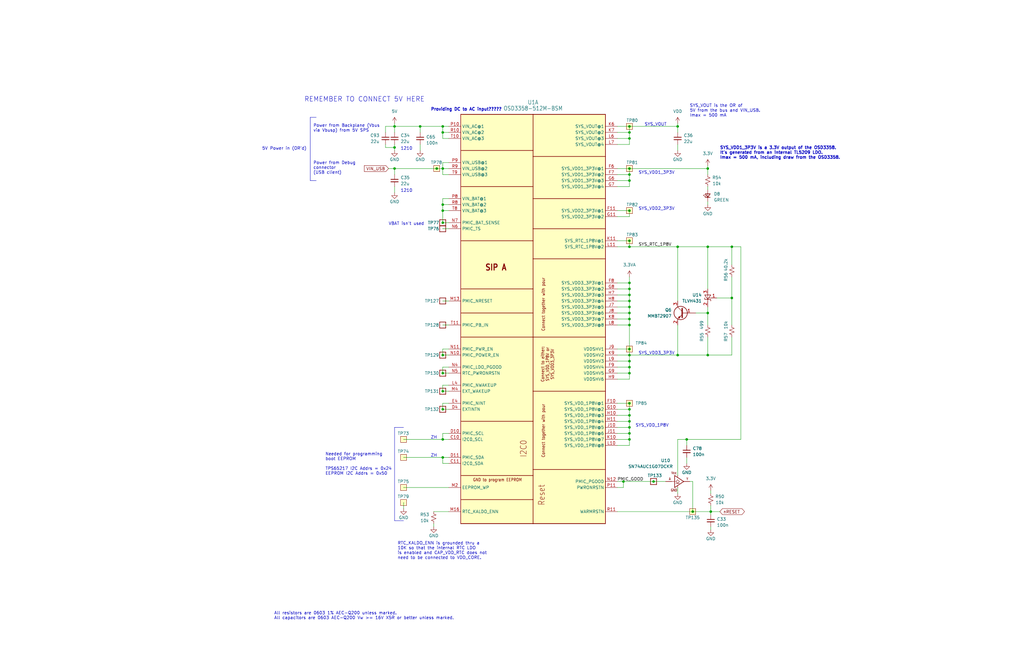
<source format=kicad_sch>
(kicad_sch (version 20250114) (generator "eeschema") (generator_version "9.0")
  (paper "USLedger")
  (title_block (title "OreSat C3: OSD3358: SIP A") (date "2023-05-29") (rev "6.1"))
  (lib_symbols
    (symbol "Device:C_Small" (pin_numbers (hide yes)) (pin_names (offset 0.254) (hide yes))
      (property "Reference" "C" (at 0.254 1.778 0))
      (property "Value" "C_Small" (at 0.254 -2.032 0))
      (symbol "C_Small_1_1"
        (pin passive line (at 0 2.54 270) (length 2.032) (name "~") (number "1"))
        (pin passive line (at 0 -2.54 90) (length 2.032) (name "~") (number "2"))
      )
    )
    (symbol "Device:LED_Small" (pin_numbers (hide yes)) (pin_names (offset 0.254) (hide yes))
      (property "Reference" "D" (at -1.27 3.175 0))
      (property "Value" "LED_Small" (at -4.445 -2.54 0))
      (symbol "LED_Small_1_1"
        (pin passive line (at -2.54 0 0) (length 1.778) (name "K") (number "1"))
        (pin passive line (at 2.54 0 180) (length 1.778) (name "A") (number "2"))
      )
    )
    (symbol "Device:Q_PNP_BEC" (pin_names (offset 0) (hide yes))
      (property "Reference" "Q" (at 5.08 1.27 0))
      (property "Value" "Q_PNP_BEC" (at 5.08 -1.27 0))
      (symbol "Q_PNP_BEC_1_1"
        (pin input line (at -5.08 0 0) (length 5.715) (name "B") (number "1"))
        (pin passive line (at 2.54 5.08 270) (length 2.54) (name "C") (number "3"))
        (pin passive line (at 2.54 -5.08 90) (length 2.54) (name "E") (number "2"))
      )
    )
    (symbol "Device:R_Small_US" (pin_numbers (hide yes)) (pin_names (offset 0.254) (hide yes))
      (property "Reference" "R" (at 0.762 0.508 0))
      (property "Value" "R_Small_US" (at 0.762 -1.016 0))
      (symbol "R_Small_US_1_1"
        (pin passive line (at 0 2.54 270) (length 1.016) (name "~") (number "1"))
        (pin passive line (at 0 -2.54 90) (length 1.016) (name "~") (number "2"))
      )
    )
    (symbol "oresat-ics:OSD3358-512M-BSM"
      (property "Reference" "U" (at 0 87.63 0))
      (property "Value" "OSD3358-512M-BSM" (at 0 85.09 0))
      (symbol "OSD3358-512M-BSM_1_0"
        (text "GND to program EEPROM" (at -25.4 -71.12 0) (effects (font (size 1.27 1.0795)) (justify left bottom)))
        (text "SIP A" (at -20.32 17.78 0) (effects (font (size 2.54 2.159) (bold yes)) (justify left bottom)))
        (text "I2C0" (at -2.54 -60.96 900) (effects (font (size 2.54 2.159)) (justify left bottom)))
        (text "Connect together with pour" (at 5.08 -7.62 900) (effects (font (size 1.27 1.0795)) (justify left bottom)))
        (text "Connect together with pour" (at 5.08 -60.96 900) (effects (font (size 1.27 1.0795)) (justify left bottom)))
        (text "Reset" (at 5.08 -81.28 900) (effects (font (size 2.54 2.159)) (justify left bottom)))
        (text "Connect to either:\nSYS_VDD_1P8V or\nSYS_VDD3_3P3V" (at 8.89 -21.59 900) (effects (font (size 1.27 1.0795)) (justify bottom)))
        (pin power_in line (at -35.56 78.74 0) (length 5.08) (name "VIN_AC@1") (number "P10"))
        (pin power_in line (at -35.56 76.2 0) (length 5.08) (name "VIN_AC@2") (number "R10"))
        (pin power_in line (at -35.56 73.66 0) (length 5.08) (name "VIN_AC@3") (number "T10"))
        (pin power_in line (at -35.56 63.5 0) (length 5.08) (name "VIN_USB@1") (number "P9"))
        (pin power_in line (at -35.56 60.96 0) (length 5.08) (name "VIN_USB@2") (number "R9"))
        (pin power_in line (at -35.56 58.42 0) (length 5.08) (name "VIN_USB@3") (number "T9"))
        (pin power_in line (at -35.56 48.26 0) (length 5.08) (name "VIN_BAT@1") (number "P8"))
        (pin power_in line (at -35.56 45.72 0) (length 5.08) (name "VIN_BAT@2") (number "R8"))
        (pin power_in line (at -35.56 43.18 0) (length 5.08) (name "VIN_BAT@3") (number "T8"))
        (pin bidirectional line (at -35.56 38.1 0) (length 5.08) (name "PMIC_BAT_SENSE") (number "N7"))
        (pin bidirectional line (at -35.56 35.56 0) (length 5.08) (name "PMIC_TS") (number "N6"))
        (pin bidirectional line (at -35.56 5.08 0) (length 5.08) (name "PMIC_NRESET") (number "M13"))
        (pin bidirectional line (at -35.56 -5.08 0) (length 5.08) (name "PMIC_PB_IN") (number "T11"))
        (pin input line (at -35.56 -15.24 0) (length 5.08) (name "PMIC_PWR_EN") (number "N11"))
        (pin output line (at -35.56 -17.78 0) (length 5.08) (name "PMIC_POWER_EN") (number "N10"))
        (pin output line (at -35.56 -22.86 0) (length 5.08) (name "PMIC_LDO_PGOOD") (number "N4"))
        (pin bidirectional line (at -35.56 -25.4 0) (length 5.08) (name "RTC_PWRONRSTN") (number "N5"))
        (pin output line (at -35.56 -30.48 0) (length 5.08) (name "PMIC_NWAKEUP") (number "L4"))
        (pin bidirectional line (at -35.56 -33.02 0) (length 5.08) (name "EXT_WAKEUP") (number "M4"))
        (pin output line (at -35.56 -38.1 0) (length 5.08) (name "PMIC_NINT") (number "E4"))
        (pin bidirectional line (at -35.56 -40.64 0) (length 5.08) (name "EXTINTN") (number "D4"))
        (pin bidirectional line (at -35.56 -50.8 0) (length 5.08) (name "PMIC_SCL") (number "D10"))
        (pin bidirectional line (at -35.56 -53.34 0) (length 5.08) (name "I2C0_SCL") (number "C10"))
        (pin bidirectional line (at -35.56 -60.96 0) (length 5.08) (name "PMIC_SDA") (number "D11"))
        (pin bidirectional line (at -35.56 -63.5 0) (length 5.08) (name "I2C0_SDA") (number "C11"))
        (pin bidirectional line (at -35.56 -73.66 0) (length 5.08) (name "EEPROM_WP") (number "M2"))
        (pin bidirectional line (at -35.56 -83.82 0) (length 5.08) (name "RTC_KALDO_ENN") (number "M16"))
        (pin power_in line (at 35.56 78.74 180) (length 5.08) (name "SYS_VOUT@1") (number "K6"))
        (pin power_in line (at 35.56 76.2 180) (length 5.08) (name "SYS_VOUT@2") (number "K7"))
        (pin power_in line (at 35.56 73.66 180) (length 5.08) (name "SYS_VOUT@3") (number "L6"))
        (pin power_in line (at 35.56 71.12 180) (length 5.08) (name "SYS_VOUT@4") (number "L7"))
        (pin power_in line (at 35.56 60.96 180) (length 5.08) (name "SYS_VDD1_3P3V@1") (number "F6"))
        (pin power_in line (at 35.56 58.42 180) (length 5.08) (name "SYS_VDD1_3P3V@2") (number "F7"))
        (pin power_in line (at 35.56 55.88 180) (length 5.08) (name "SYS_VDD1_3P3V@3") (number "G6"))
        (pin power_in line (at 35.56 53.34 180) (length 5.08) (name "SYS_VDD1_3P3V@4") (number "G7"))
        (pin power_in line (at 35.56 43.18 180) (length 5.08) (name "SYS_VDD2_3P3V@1") (number "F11"))
        (pin power_in line (at 35.56 40.64 180) (length 5.08) (name "SYS_VDD2_3P3V@2") (number "G11"))
        (pin power_in line (at 35.56 30.48 180) (length 5.08) (name "SYS_RTC_1P8V@1") (number "K11"))
        (pin power_in line (at 35.56 27.94 180) (length 5.08) (name "SYS_RTC_1P8V@2") (number "L11"))
        (pin power_in line (at 35.56 12.7 180) (length 5.08) (name "SYS_VDD3_3P3V@1") (number "F8"))
        (pin power_in line (at 35.56 10.16 180) (length 5.08) (name "SYS_VDD3_3P3V@2") (number "G8"))
        (pin power_in line (at 35.56 7.62 180) (length 5.08) (name "SYS_VDD3_3P3V@3") (number "H7"))
        (pin power_in line (at 35.56 5.08 180) (length 5.08) (name "SYS_VDD3_3P3V@4") (number "H8"))
        (pin power_in line (at 35.56 2.54 180) (length 5.08) (name "SYS_VDD3_3P3V@5") (number "J7"))
        (pin power_in line (at 35.56 0 180) (length 5.08) (name "SYS_VDD3_3P3V@6") (number "J8"))
        (pin power_in line (at 35.56 -2.54 180) (length 5.08) (name "SYS_VDD3_3P3V@7") (number "K8"))
        (pin power_in line (at 35.56 -5.08 180) (length 5.08) (name "SYS_VDD3_3P3V@8") (number "L8"))
        (pin power_in line (at 35.56 -15.24 180) (length 5.08) (name "VDDSHV1") (number "J9"))
        (pin power_in line (at 35.56 -17.78 180) (length 5.08) (name "VDDSHV2") (number "K9"))
        (pin power_in line (at 35.56 -20.32 180) (length 5.08) (name "VDDSHV3") (number "L9"))
        (pin power_in line (at 35.56 -22.86 180) (length 5.08) (name "VDDSHV4") (number "F9"))
        (pin power_in line (at 35.56 -25.4 180) (length 5.08) (name "VDDSHV5") (number "G9"))
        (pin power_in line (at 35.56 -27.94 180) (length 5.08) (name "VDDSHV6") (number "H9"))
        (pin power_in line (at 35.56 -38.1 180) (length 5.08) (name "SYS_VDD_1P8V@1") (number "F10"))
        (pin power_in line (at 35.56 -40.64 180) (length 5.08) (name "SYS_VDD_1P8V@2") (number "G10"))
        (pin power_in line (at 35.56 -43.18 180) (length 5.08) (name "SYS_VDD_1P8V@3") (number "H10"))
        (pin power_in line (at 35.56 -45.72 180) (length 5.08) (name "SYS_VDD_1P8V@4") (number "H11"))
        (pin power_in line (at 35.56 -48.26 180) (length 5.08) (name "SYS_VDD_1P8V@5") (number "J10"))
        (pin power_in line (at 35.56 -50.8 180) (length 5.08) (name "SYS_VDD_1P8V@6") (number "J11"))
        (pin power_in line (at 35.56 -53.34 180) (length 5.08) (name "SYS_VDD_1P8V@7") (number "K10"))
        (pin power_in line (at 35.56 -55.88 180) (length 5.08) (name "SYS_VDD_1P8V@8") (number "L10"))
        (pin output line (at 35.56 -71.12 180) (length 5.08) (name "PMIC_PGOOD") (number "N12"))
        (pin bidirectional line (at 35.56 -73.66 180) (length 5.08) (name "PWRONRSTN") (number "P11"))
        (pin bidirectional line (at 35.56 -83.82 180) (length 5.08) (name "WARMRSTN") (number "R11"))
      )
      (symbol "OSD3358-512M-BSM_2_0"
        (text "SIP B" (at -5.08 53.34 0) (effects (font (size 2.54 2.159) (bold yes)) (justify left bottom)))
        (text "XTAL" (at -2.54 30.48 900) (effects (font (size 2.54 2.159)) (justify left bottom)))
        (text "RTC" (at -2.54 0 900) (effects (font (size 2.54 2.159)) (justify left bottom)))
        (text "JTAG" (at -2.54 -25.4 900) (effects (font (size 2.54 2.159)) (justify left bottom)))
        (text "USB0" (at -2.54 -53.34 900) (effects (font (size 2.54 2.159)) (justify left bottom)))
        (text "Analog" (at 2.54 22.86 0) (effects (font (size 2.54 2.159)) (justify left bottom)))
        (text "Analog Inputs" (at 5.08 -30.48 900) (effects (font (size 2.54 2.159)) (justify left bottom)))
        (text "USB1" (at 5.08 -53.34 900) (effects (font (size 2.54 2.159)) (justify left bottom)))
        (text "Pwr & Gnd" (at 12.7 20.32 0) (effects (font (size 2.159 2.159))))
        (pin bidirectional line (at -30.48 43.18 0) (length 5.08) (name "OSC0_IN") (number "P16"))
        (pin bidirectional line (at -30.48 27.94 0) (length 5.08) (name "OSC0_OUT") (number "N16"))
        (pin bidirectional line (at -30.48 22.86 0) (length 5.08) (name "OSC0_GND") (number "N15"))
        (pin bidirectional line (at -30.48 12.7 0) (length 5.08) (name "OSC1_IN") (number "A6"))
        (pin bidirectional line (at -30.48 -2.54 0) (length 5.08) (name "OSC1_OUT") (number "A5"))
        (pin bidirectional line (at -30.48 -7.62 0) (length 5.08) (name "OSC1_GND") (number "B5"))
        (pin bidirectional line (at -30.48 -17.78 0) (length 5.08) (name "TDI") (number "C1"))
        (pin bidirectional line (at -30.48 -20.32 0) (length 5.08) (name "TDO") (number "C2"))
        (pin bidirectional line (at -30.48 -22.86 0) (length 5.08) (name "TCK") (number "D1"))
        (pin bidirectional line (at -30.48 -25.4 0) (length 5.08) (name "TMS") (number "D2"))
        (pin bidirectional line (at -30.48 -27.94 0) (length 5.08) (name "TRSTN") (number "D3"))
        (pin bidirectional line (at -30.48 -30.48 0) (length 5.08) (name "EMU0") (number "E2"))
        (pin bidirectional line (at -30.48 -33.02 0) (length 5.08) (name "EMU1") (number "E3"))
        (pin bidirectional line (at -30.48 -43.18 0) (length 5.08) (name "USB0_VBUS") (number "J16"))
        (pin bidirectional line (at -30.48 -45.72 0) (length 5.08) (name "USB0_DM") (number "K16"))
        (pin bidirectional line (at -30.48 -48.26 0) (length 5.08) (name "USB0_DP") (number "K15"))
        (pin bidirectional line (at -30.48 -50.8 0) (length 5.08) (name "USB0_ID") (number "K14"))
        (pin bidirectional line (at -30.48 -53.34 0) (length 5.08) (name "USB0_CE") (number "K13"))
        (pin bidirectional line (at -30.48 -55.88 0) (length 5.08) (name "USB0_DRVVBUS") (number "J15"))
        (pin bidirectional line (at 30.48 45.72 180) (length 5.08) (name "SYS_ADC_1P8V") (number "A7"))
        (pin bidirectional line (at 30.48 35.56 180) (length 5.08) (name "VREFP") (number "B7"))
        (pin bidirectional line (at 30.48 15.24 180) (length 5.08) (name "AGND_ADC") (number "A9"))
        (pin bidirectional line (at 30.48 5.08 180) (length 5.08) (name "VREFN") (number "B9"))
        (pin bidirectional line (at 30.48 -5.08 180) (length 5.08) (name "AIN0") (number "A8"))
        (pin bidirectional line (at 30.48 -7.62 180) (length 5.08) (name "AIN1") (number "B8"))
        (pin bidirectional line (at 30.48 -10.16 180) (length 5.08) (name "AIN2") (number "B6"))
        (pin bidirectional line (at 30.48 -12.7 180) (length 5.08) (name "AIN3") (number "C6"))
        (pin bidirectional line (at 30.48 -15.24 180) (length 5.08) (name "AIN4") (number "C7"))
        (pin bidirectional line (at 30.48 -17.78 180) (length 5.08) (name "AIN5") (number "C8"))
        (pin bidirectional line (at 30.48 -20.32 180) (length 5.08) (name "AIN6") (number "C9"))
        (pin bidirectional line (at 30.48 -22.86 180) (length 5.08) (name "AIN7") (number "D7"))
        (pin bidirectional line (at 30.48 -27.94 180) (length 5.08) (name "PMIC_MUX_OUT") (number "D6"))
        (pin bidirectional line (at 30.48 -33.02 180) (length 5.08) (name "PMIC_MUX_IN") (number "N13"))
        (pin bidirectional line (at 30.48 -43.18 180) (length 5.08) (name "USB1_VBUS") (number "M15"))
        (pin bidirectional line (at 30.48 -45.72 180) (length 5.08) (name "USB1_DM") (number "L16"))
        (pin bidirectional line (at 30.48 -48.26 180) (length 5.08) (name "USB1_DP") (number "L15"))
        (pin bidirectional line (at 30.48 -50.8 180) (length 5.08) (name "USB1_ID") (number "L14"))
        (pin bidirectional line (at 30.48 -53.34 180) (length 5.08) (name "USB1_CE") (number "L13"))
        (pin bidirectional line (at 30.48 -55.88 180) (length 5.08) (name "USB1_DRVVBUS") (number "M14"))
      )
      (symbol "OSD3358-512M-BSM_3_0"
        (text "SIP C" (at -5.08 53.34 0) (effects (font (size 2.54 2.159) (bold yes)) (justify left bottom)))
        (pin bidirectional line (at -30.48 55.88 0) (length 5.08) (name "UART0_TXD") (number "B12"))
        (pin bidirectional line (at -30.48 53.34 0) (length 5.08) (name "UART0_RXD") (number "A12"))
        (pin bidirectional line (at -30.48 50.8 0) (length 5.08) (name "UART0_CTSN") (number "C12"))
        (pin bidirectional line (at -30.48 48.26 0) (length 5.08) (name "UART0_RTSN") (number "C13"))
        (pin bidirectional line (at -30.48 40.64 0) (length 5.08) (name "UART1_TXD") (number "B11"))
        (pin bidirectional line (at -30.48 38.1 0) (length 5.08) (name "UART1_RXD") (number "A11"))
        (pin bidirectional line (at -30.48 35.56 0) (length 5.08) (name "UART1_CTSN") (number "B10"))
        (pin bidirectional line (at -30.48 33.02 0) (length 5.08) (name "UART1_RTSN") (number "A10"))
        (pin bidirectional line (at -30.48 25.4 0) (length 5.08) (name "SPI0_SCLK") (number "A13"))
        (pin bidirectional line (at -30.48 22.86 0) (length 5.08) (name "SPI0_D0") (number "B13"))
        (pin bidirectional line (at -30.48 20.32 0) (length 5.08) (name "SPI0_D1") (number "B14"))
        (pin bidirectional line (at -30.48 17.78 0) (length 5.08) (name "SPI0_CS0") (number "A14"))
        (pin bidirectional line (at -30.48 15.24 0) (length 5.08) (name "SPI0_CS1") (number "C14"))
        (pin bidirectional line (at -30.48 7.62 0) (length 5.08) (name "MMC0_CLK") (number "B15"))
        (pin bidirectional line (at -30.48 5.08 0) (length 5.08) (name "MMC0_CMD") (number "B16"))
        (pin bidirectional line (at -30.48 2.54 0) (length 5.08) (name "MMC0_DAT0") (number "A16"))
        (pin bidirectional line (at -30.48 0 0) (length 5.08) (name "MMC0_DAT1") (number "A15"))
        (pin bidirectional line (at -30.48 -2.54 0) (length 5.08) (name "MMC0_DAT2") (number "C16"))
        (pin bidirectional line (at -30.48 -5.08 0) (length 5.08) (name "MMC0_DAT3") (number "C15"))
        (pin bidirectional line (at -30.48 -12.7 0) (length 5.08) (name "MCASP0_ACLKX") (number "A1"))
        (pin bidirectional line (at -30.48 -15.24 0) (length 5.08) (name "MCASP0_FSX") (number "A2"))
        (pin bidirectional line (at -30.48 -17.78 0) (length 5.08) (name "MCASP0_AXR0") (number "B2"))
        (pin bidirectional line (at -30.48 -20.32 0) (length 5.08) (name "MCASP0_AHCLKR") (number "B1"))
        (pin bidirectional line (at -30.48 -22.86 0) (length 5.08) (name "MCASP0_ACLKR") (number "A3"))
        (pin bidirectional line (at -30.48 -25.4 0) (length 5.08) (name "MCASP0_FSR") (number "B3"))
        (pin bidirectional line (at -30.48 -27.94 0) (length 5.08) (name "MCASP0_AXR1") (number "C3"))
        (pin bidirectional line (at -30.48 -30.48 0) (length 5.08) (name "MCASP0_AHCLKX") (number "C4"))
        (pin bidirectional line (at -30.48 -38.1 0) (length 5.08) (name "XDMA_EVENT_INTR0") (number "A4"))
        (pin bidirectional line (at -30.48 -40.64 0) (length 5.08) (name "XDMA_EVENT_INTR1") (number "B4"))
        (pin bidirectional line (at -30.48 -43.18 0) (length 5.08) (name "ECAP0_IN_PWM0_OUT") (number "C5"))
        (pin bidirectional line (at 30.48 55.88 180) (length 5.08) (name "GPMC_CLK") (number "T7"))
        (pin bidirectional line (at 30.48 50.8 180) (length 5.08) (name "GPMC_A0") (number "T12"))
        (pin bidirectional line (at 30.48 48.26 180) (length 5.08) (name "GPMC_A1") (number "R12"))
        (pin bidirectional line (at 30.48 45.72 180) (length 5.08) (name "GPMC_A2") (number "P12"))
        (pin bidirectional line (at 30.48 43.18 180) (length 5.08) (name "GPMC_A3") (number "T13"))
        (pin bidirectional line (at 30.48 40.64 180) (length 5.08) (name "GPMC_A4") (number "R13"))
        (pin bidirectional line (at 30.48 38.1 180) (length 5.08) (name "GPMC_A5") (number "P13"))
        (pin bidirectional line (at 30.48 35.56 180) (length 5.08) (name "GPMC_A6") (number "T14"))
        (pin bidirectional line (at 30.48 33.02 180) (length 5.08) (name "GPMC_A7") (number "R14"))
        (pin bidirectional line (at 30.48 30.48 180) (length 5.08) (name "GPMC_A8") (number "P14"))
        (pin bidirectional line (at 30.48 27.94 180) (length 5.08) (name "GPMC_A9") (number "T15"))
        (pin bidirectional line (at 30.48 25.4 180) (length 5.08) (name "GPMC_A10") (number "R15"))
        (pin bidirectional line (at 30.48 22.86 180) (length 5.08) (name "GPMC_A11") (number "T16"))
        (pin bidirectional line (at 30.48 17.78 180) (length 5.08) (name "GPMC_BEN1") (number "N14"))
        (pin bidirectional line (at 30.48 15.24 180) (length 5.08) (name "GPMC_WAIT0") (number "P15"))
        (pin bidirectional line (at 30.48 12.7 180) (length 5.08) (name "GPMC_WPN") (number "R16"))
        (pin bidirectional line (at 30.48 7.62 180) (length 5.08) (name "GPMC_CSN0") (number "P3"))
        (pin bidirectional line (at 30.48 5.08 180) (length 5.08) (name "GPMC_CSN1") (number "P2"))
        (pin bidirectional line (at 30.48 2.54 180) (length 5.08) (name "GPMC_CSN2") (number "P1"))
        (pin bidirectional line (at 30.48 0 180) (length 5.08) (name "GPMC_CSN3") (number "R7"))
        (pin bidirectional line (at 30.48 -5.08 180) (length 5.08) (name "GPMC_AD0") (number "R3"))
        (pin bidirectional line (at 30.48 -7.62 180) (length 5.08) (name "GPMC_AD1") (number "R2"))
        (pin bidirectional line (at 30.48 -10.16 180) (length 5.08) (name "GPMC_AD2") (number "R1"))
        (pin bidirectional line (at 30.48 -12.7 180) (length 5.08) (name "GPMC_AD3") (number "T3"))
        (pin bidirectional line (at 30.48 -15.24 180) (length 5.08) (name "GPMC_AD4") (number "T2"))
        (pin bidirectional line (at 30.48 -17.78 180) (length 5.08) (name "GPMC_AD5") (number "T1"))
        (pin bidirectional line (at 30.48 -20.32 180) (length 5.08) (name "GPMC_AD6") (number "P4"))
        (pin bidirectional line (at 30.48 -22.86 180) (length 5.08) (name "GPMC_AD7") (number "R4"))
        (pin bidirectional line (at 30.48 -27.94 180) (length 5.08) (name "GPMC_AD8") (number "T4"))
        (pin bidirectional line (at 30.48 -30.48 180) (length 5.08) (name "GPMC_AD9") (number "P5"))
        (pin bidirectional line (at 30.48 -33.02 180) (length 5.08) (name "GPMC_AD10") (number "R5"))
        (pin bidirectional line (at 30.48 -35.56 180) (length 5.08) (name "GPMC_AD11") (number "T5"))
        (pin bidirectional line (at 30.48 -38.1 180) (length 5.08) (name "GPMC_AD12") (number "P6"))
        (pin bidirectional line (at 30.48 -40.64 180) (length 5.08) (name "GPMC_AD13") (number "R6"))
        (pin bidirectional line (at 30.48 -43.18 180) (length 5.08) (name "GPMC_AD14") (number "T6"))
        (pin bidirectional line (at 30.48 -45.72 180) (length 5.08) (name "GPMC_AD15") (number "P7"))
        (pin bidirectional line (at 30.48 -50.8 180) (length 5.08) (name "GPMC_ADVN_ALE") (number "M1"))
        (pin bidirectional line (at 30.48 -53.34 180) (length 5.08) (name "GPMC_BEN0_CLE") (number "N3"))
        (pin bidirectional line (at 30.48 -55.88 180) (length 5.08) (name "GPMC_WEN") (number "N2"))
        (pin bidirectional line (at 30.48 -58.42 180) (length 5.08) (name "GPMC_OEN_REN") (number "N1"))
      )
      (symbol "OSD3358-512M-BSM_4_0"
        (text "SIP D" (at -20.32 -30.48 0) (effects (font (size 2.54 2.159) (bold yes)) (justify left bottom)))
        (pin bidirectional line (at -30.48 27.94 0) (length 5.08) (name "MII1_TX_CLK") (number "H16"))
        (pin bidirectional line (at -30.48 25.4 0) (length 5.08) (name "MII1_TXD0") (number "H15"))
        (pin bidirectional line (at -30.48 22.86 0) (length 5.08) (name "MII1_TXD1") (number "H14"))
        (pin bidirectional line (at -30.48 20.32 0) (length 5.08) (name "MII1_TXD2") (number "G16"))
        (pin bidirectional line (at -30.48 17.78 0) (length 5.08) (name "MII1_TXD3") (number "G15"))
        (pin bidirectional line (at -30.48 15.24 0) (length 5.08) (name "MII1_TX_EN") (number "G14"))
        (pin bidirectional line (at -30.48 12.7 0) (length 5.08) (name "MII1_CRS") (number "F14"))
        (pin bidirectional line (at -30.48 10.16 0) (length 5.08) (name "MII1_COL") (number "F15"))
        (pin bidirectional line (at -30.48 5.08 0) (length 5.08) (name "MII1_RX_CLK") (number "E16"))
        (pin bidirectional line (at -30.48 2.54 0) (length 5.08) (name "MII1_RXD0") (number "E14"))
        (pin bidirectional line (at -30.48 0 0) (length 5.08) (name "MII1_RXD1") (number "D16"))
        (pin bidirectional line (at -30.48 -2.54 0) (length 5.08) (name "MII1_RXD2") (number "D15"))
        (pin bidirectional line (at -30.48 -5.08 0) (length 5.08) (name "MII1_RXD3") (number "D14"))
        (pin bidirectional line (at -30.48 -7.62 0) (length 5.08) (name "MII1_RX_ER") (number "E15"))
        (pin bidirectional line (at -30.48 -10.16 0) (length 5.08) (name "MII1_RX_DV") (number "F16"))
        (pin bidirectional line (at -30.48 -15.24 0) (length 5.08) (name "RMII1_REF_CLK") (number "J14"))
        (pin bidirectional line (at -30.48 -17.78 0) (length 5.08) (name "MDC") (number "D13"))
        (pin bidirectional line (at -30.48 -20.32 0) (length 5.08) (name "MDIO") (number "E13"))
        (pin bidirectional line (at 30.48 27.94 180) (length 5.08) (name "LCD_DATA0") (number "G3"))
        (pin bidirectional line (at 30.48 25.4 180) (length 5.08) (name "LCD_DATA1") (number "G2"))
        (pin bidirectional line (at 30.48 22.86 180) (length 5.08) (name "LCD_DATA2") (number "G1"))
        (pin bidirectional line (at 30.48 20.32 180) (length 5.08) (name "LCD_DATA3") (number "H3"))
        (pin bidirectional line (at 30.48 17.78 180) (length 5.08) (name "LCD_DATA4") (number "H2"))
        (pin bidirectional line (at 30.48 15.24 180) (length 5.08) (name "LCD_DATA5") (number "H1"))
        (pin bidirectional line (at 30.48 12.7 180) (length 5.08) (name "LCD_DATA6") (number "J3"))
        (pin bidirectional line (at 30.48 10.16 180) (length 5.08) (name "LCD_DATA7") (number "J2"))
        (pin bidirectional line (at 30.48 7.62 180) (length 5.08) (name "LCD_DATA8") (number "J1"))
        (pin bidirectional line (at 30.48 5.08 180) (length 5.08) (name "LCD_DATA9") (number "K3"))
        (pin bidirectional line (at 30.48 2.54 180) (length 5.08) (name "LCD_DATA10") (number "K2"))
        (pin bidirectional line (at 30.48 0 180) (length 5.08) (name "LCD_DATA11") (number "K1"))
        (pin bidirectional line (at 30.48 -2.54 180) (length 5.08) (name "LCD_DATA12") (number "L3"))
        (pin bidirectional line (at 30.48 -5.08 180) (length 5.08) (name "LCD_DATA13") (number "L2"))
        (pin bidirectional line (at 30.48 -7.62 180) (length 5.08) (name "LCD_DATA14") (number "L1"))
        (pin bidirectional line (at 30.48 -10.16 180) (length 5.08) (name "LCD_DATA15") (number "M3"))
        (pin bidirectional line (at 30.48 -15.24 180) (length 5.08) (name "LCD_PCLK") (number "F1"))
        (pin bidirectional line (at 30.48 -17.78 180) (length 5.08) (name "LCD_VSYNC") (number "F3"))
        (pin bidirectional line (at 30.48 -20.32 180) (length 5.08) (name "LCD_HSYNC") (number "F2"))
        (pin bidirectional line (at 30.48 -22.86 180) (length 5.08) (name "LCD_AC_BIAS_EN") (number "E1"))
      )
      (symbol "OSD3358-512M-BSM_5_0"
        (text "NOTE:  Can use pours to connect" (at -13.97 -17.78 0) (effects (font (size 1.27 1.0795)) (justify left bottom)))
        (text "DGND pads  instead of " (at -7.62 -19.05 0) (effects (font (size 1.27 1.27)) (justify left)))
        (text "a via per pad." (at -7.62 -21.59 0) (effects (font (size 1.27 1.27)) (justify left)))
        (text "SIP E" (at 0 20.32 0) (effects (font (size 2.54 2.159) (bold yes)) (justify bottom)))
        (pin bidirectional line (at -30.48 25.4 0) (length 5.08) (name "DGND@1") (number "D8"))
        (pin bidirectional line (at -30.48 22.86 0) (length 5.08) (name "DGND@2") (number "D9"))
        (pin bidirectional line (at -30.48 17.78 0) (length 5.08) (name "DGND@3") (number "E5"))
        (pin bidirectional line (at -30.48 15.24 0) (length 5.08) (name "DGND@4") (number "E6"))
        (pin bidirectional line (at -30.48 12.7 0) (length 5.08) (name "DGND@5") (number "E7"))
        (pin bidirectional line (at -30.48 10.16 0) (length 5.08) (name "DGND@6") (number "E8"))
        (pin bidirectional line (at -30.48 7.62 0) (length 5.08) (name "DGND@7") (number "E9"))
        (pin bidirectional line (at -30.48 5.08 0) (length 5.08) (name "DGND@8") (number "E10"))
        (pin bidirectional line (at -30.48 2.54 0) (length 5.08) (name "DGND@9") (number "E11"))
        (pin bidirectional line (at -30.48 0 0) (length 5.08) (name "DGND@10") (number "E12"))
        (pin bidirectional line (at -30.48 -5.08 0) (length 5.08) (name "DGND@11") (number "F5"))
        (pin bidirectional line (at -30.48 -7.62 0) (length 5.08) (name "DGND@12") (number "F12"))
        (pin bidirectional line (at -30.48 -12.7 0) (length 5.08) (name "DGND@13") (number "G5"))
        (pin bidirectional line (at -30.48 -15.24 0) (length 5.08) (name "DGND@14") (number "G12"))
        (pin bidirectional line (at -30.48 -20.32 0) (length 5.08) (name "DGND@15") (number "H4"))
        (pin bidirectional line (at -30.48 -22.86 0) (length 5.08) (name "DGND@16") (number "H5"))
        (pin bidirectional line (at -30.48 -25.4 0) (length 5.08) (name "DGND@17") (number "H12"))
        (pin bidirectional line (at -30.48 -27.94 0) (length 5.08) (name "DGND@18") (number "H13"))
        (pin bidirectional line (at 30.48 25.4 180) (length 5.08) (name "DGND@19") (number "J4"))
        (pin bidirectional line (at 30.48 22.86 180) (length 5.08) (name "DGND@20") (number "J5"))
        (pin bidirectional line (at 30.48 20.32 180) (length 5.08) (name "DGND@21") (number "J12"))
        (pin bidirectional line (at 30.48 17.78 180) (length 5.08) (name "DGND@22") (number "J13"))
        (pin bidirectional line (at 30.48 12.7 180) (length 5.08) (name "DGND@23") (number "K5"))
        (pin bidirectional line (at 30.48 10.16 180) (length 5.08) (name "DGND@24") (number "K12"))
        (pin bidirectional line (at 30.48 5.08 180) (length 5.08) (name "DGND@25") (number "L5"))
        (pin bidirectional line (at 30.48 2.54 180) (length 5.08) (name "DGND@26") (number "L12"))
        (pin bidirectional line (at 30.48 -2.54 180) (length 5.08) (name "DGND@27") (number "M5"))
        (pin bidirectional line (at 30.48 -5.08 180) (length 5.08) (name "DGND@28") (number "M6"))
        (pin bidirectional line (at 30.48 -7.62 180) (length 5.08) (name "DGND@29") (number "M7"))
        (pin bidirectional line (at 30.48 -10.16 180) (length 5.08) (name "DGND@30") (number "M8"))
        (pin bidirectional line (at 30.48 -12.7 180) (length 5.08) (name "DGND@31") (number "M9"))
        (pin bidirectional line (at 30.48 -15.24 180) (length 5.08) (name "DGND@32") (number "M10"))
        (pin bidirectional line (at 30.48 -17.78 180) (length 5.08) (name "DGND@33") (number "M11"))
        (pin bidirectional line (at 30.48 -20.32 180) (length 5.08) (name "DGND@34") (number "M12"))
        (pin bidirectional line (at 30.48 -25.4 180) (length 5.08) (name "DGND@35") (number "N8"))
        (pin bidirectional line (at 30.48 -27.94 180) (length 5.08) (name "DGND@36") (number "N9"))
      )
      (symbol "OSD3358-512M-BSM_6_0"
        (text "Test Point per " (at -10.16 7.62 0) (effects (font (size 1.27 1.27)) (justify left)))
        (text "power rail recommended" (at -10.16 5.08 0) (effects (font (size 1.27 1.27)) (justify left)))
        (text "Do Not Use" (at 0 11.43 0) (effects (font (size 1.778 1.5113)) (justify bottom)))
        (text "Do Not Connect" (at 0 -15.24 0) (effects (font (size 1.778 1.5113))))
        (text "SIP F" (at 15.24 20.32 0) (effects (font (size 2.54 2.159) (bold yes)) (justify bottom)))
        (pin bidirectional line (at -27.94 20.32 0) (length 5.08) (name "VDDS_DDR") (number "F4"))
        (pin bidirectional line (at -27.94 15.24 0) (length 5.08) (name "VDD_CORE") (number "G4"))
        (pin bidirectional line (at -27.94 10.16 0) (length 5.08) (name "VDD_MPU") (number "F13"))
        (pin bidirectional line (at -27.94 5.08 0) (length 5.08) (name "VDDS_PLL") (number "G13"))
        (pin bidirectional line (at -27.94 -5.08 0) (length 5.08) (name "CAP_VDD_RTC") (number "D5"))
        (pin bidirectional line (at -27.94 -10.16 0) (length 5.08) (name "VPP") (number "H6"))
        (pin bidirectional line (at 27.94 -5.08 180) (length 5.08) (name "NC@1") (number "D12"))
        (pin bidirectional line (at 27.94 -7.62 180) (length 5.08) (name "NC@2") (number "J6"))
        (pin bidirectional line (at 27.94 -10.16 180) (length 5.08) (name "NC@3") (number "K4"))
      )
    )
    (symbol "oresat-ics:SN74LVC1G07DCK"
      (property "Reference" "U" (at 1.778 -3.302 0))
      (property "Value" "SN74LVC1G07DCK" (at 1.778 -5.334 0))
      (symbol "SN74LVC1G07DCK_1_0"
        (text "A" (at -3.302 0.508 0) (effects (font (size 1.016 0.8636)) (justify bottom)))
        (text "Vcc" (at -1.524 3.048 0) (effects (font (size 1.016 0.8636)) (justify bottom)))
        (text "GND" (at -1.524 -3.048 0) (effects (font (size 1.016 0.8636)) (justify top)))
        (text "Y" (at 4.064 0.508 0) (effects (font (size 1.016 0.8636)) (justify bottom)))
        (pin bidirectional line (at -5.08 0 0) (length 2.54) (name "A") (number "2"))
        (pin bidirectional line (at 0 2.54 0) (length 0) (name "VCC") (number "5"))
        (pin bidirectional line (at 0 -2.54 0) (length 0) (name "GND") (number "3"))
        (pin no_connect line (at 1.27 0 90) (length 2.54) (hide yes) (name "1") (number "1"))
        (pin bidirectional line (at 5.08 0 180) (length 2.54) (name "Y") (number "4"))
      )
    )
    (symbol "oresat-ics:TLVH431" (pin_names (hide yes))
      (property "Reference" "U" (at 5.08 7.62 0))
      (property "Value" "TLVH431" (at -5.08 7.62 0))
      (symbol "TLVH431_1_1"
        (pin passive line (at -2.54 0 0) (length 2.54) (name "A") (number "3"))
        (pin passive line (at 1.27 3.81 270) (length 2.54) (name "REF") (number "1"))
        (pin passive line (at 5.08 0 180) (length 2.54) (name "K") (number "2"))
      )
    )
    (symbol "oresat-misc:Test-Point-0.75mm-th"
      (property "Reference" "TP" (at 0 2.54 0))
      (symbol "Test-Point-0.75mm-th_1_0"
        (pin passive line (at 0 0 0) (length 0) (name "1") (number "1"))
      )
    )
    (symbol "oresat-misc:Test-Point-1mm-round"
      (property "Reference" "TP" (at 0 2.54 0))
      (symbol "Test-Point-1mm-round_1_0"
        (pin passive line (at 0 0 0) (length 0) (name "1") (number "1"))
      )
    )
    (symbol "oresat-power:3.3V" (power) (pin_names (offset 0))
      (property "Value" "3.3V" (at 0 3.556 0))
      (symbol "3.3V_1_1"
        (pin power_in line (at 0 0 90) (length 0) (hide yes) (name "3.3V") (number "1"))
      )
    )
    (symbol "oresat-power:3.3VA" (power) (pin_names (offset 0))
      (property "Value" "3.3VA" (at 0 3.556 0))
      (symbol "3.3VA_1_1"
        (pin power_in line (at 0 0 90) (length 0) (hide yes) (name "3.3VA") (number "1"))
      )
    )
    (symbol "oresat-power:5V" (power) (pin_names (offset 0))
      (property "Value" "5V" (at 0 3.556 0))
      (symbol "5V_1_1"
        (pin power_in line (at 0 0 90) (length 0) (hide yes) (name "5V") (number "1"))
      )
    )
    (symbol "power:GND" (power) (pin_names (offset 0))
      (property "Value" "GND" (at 0 -3.81 0))
      (symbol "GND_1_1"
        (pin power_in line (at 0 0 270) (length 0) (hide yes) (name "GND") (number "1"))
      )
    )
    (symbol "power:VDD" (power) (pin_names (offset 0))
      (property "Value" "VDD" (at 0 3.81 0))
      (symbol "VDD_1_1"
        (pin power_in line (at 0 0 90) (length 0) (hide yes) (name "VDD") (number "1"))
      )
    )
  )
  (text "1210" (at 168.91 63.5 0) (effects (font (size 1.27 1.27)) (justify left bottom)))
  (text "Providing DC to AC input?????" (at 181.61 46.99 0) (effects (font (size 1.27 1.27) (bold yes)) (justify left bottom)))
  (text "All resistors are 0603 1% AEC-Q200 unless marked.\nAll capacitors are 0603 AEC-Q200 Vw >= 16V X5R or better unless marked." (at 115.57 261.62 0) (effects (font (size 1.27 1.27)) (justify left bottom)))
  (text "SYS_VOUT" (at 271.78 53.34 0) (effects (font (size 1.27 1.27)) (justify left bottom)))
  (text "SYS_VDD_1P8V" (at 267.97 180.34 0) (effects (font (size 1.27 1.27)) (justify left bottom)))
  (text "Power from Backplane (Vbus\nvia Vbusp) from 5V SPS" (at 132.08 55.88 0) (effects (font (size 1.27 1.27)) (justify left bottom)))
  (text "ZH" (at 181.61 193.04 0) (effects (font (size 1.27 1.27)) (justify left bottom)))
  (text "Needed for programming\nboot EEPROM\n\nTPS65217 I2C Addrs = 0x24\nEEPROM I2C Addrs = 0x50" (at 137.16 200.66 0) (effects (font (size 1.27 1.27)) (justify left bottom)))
  (text "SYS_VDD3_3P3V" (at 269.24 149.86 0) (effects (font (size 1.27 1.27)) (justify left bottom)))
  (text "SYS_VDD1_3P3V is a 3.3V output of the OSD3358.\nIt's generated from an internal TL5209 LDO.\nImax = 500 mA, including draw from the OSD3358." (at 303.53 67.31 0) (effects (font (size 1.27 1.27) (thickness 0.254) (bold yes)) (justify left bottom)))
  (text "Power from Debug \nconnector\n(USB client)" (at 132.08 73.66 0) (effects (font (size 1.27 1.27)) (justify left bottom)))
  (text "SYS_VDD2_3P3V" (at 269.24 88.9 0) (effects (font (size 1.27 1.27)) (justify left bottom)))
  (text "SYS_VDD1_3P3V" (at 269.24 73.66 0) (effects (font (size 1.27 1.27)) (justify left bottom)))
  (text "REMEMBER TO CONNECT 5V HERE" (at 128.27 43.18 0) (effects (font (size 2 2)) (justify left bottom)))
  (text "RTC_KALDO_ENN is grounded thru a\n10K so that the internal RTC LDO \nis enabled and CAP_VDD_RTC does not\nneed to be connected to VDD_CORE." (at 167.64 236.22 0) (effects (font (size 1.27 1.27)) (justify left bottom)))
  (text "VBAT isn't used" (at 163.83 95.25 0) (effects (font (size 1.27 1.27)) (justify left bottom)))
  (text "SYS_VOUT is the OR of \n5V from the bus and VIN_USB.\nImax = 500 mA" (at 290.83 49.53 0) (effects (font (size 1.27 1.27)) (justify left bottom)))
  (text "ZH" (at 181.61 185.42 0) (effects (font (size 1.27 1.27)) (justify left bottom)))
  (text "1210" (at 168.91 81.28 0) (effects (font (size 1.27 1.27)) (justify left bottom)))
  (text "5V Power in (OR'd)" (at 110.49 63.5 0) (effects (font (size 1.27 1.27)) (justify left bottom)))
  (junction (at 262.89 203.2))
  (junction (at 308.61 125.73))
  (junction (at 265.43 88.9))
  (junction (at 186.69 55.88))
  (junction (at 265.43 134.62))
  (junction (at 184.15 71.12))
  (junction (at 265.43 154.94))
  (junction (at 265.43 101.6))
  (junction (at 186.69 88.9))
  (junction (at 186.69 157.48))
  (junction (at 265.43 175.26))
  (junction (at 186.69 71.12))
  (junction (at 166.37 71.12))
  (junction (at 166.37 53.34))
  (junction (at 298.45 71.12))
  (junction (at 265.43 76.2))
  (junction (at 265.43 129.54))
  (junction (at 186.69 86.36))
  (junction (at 285.75 104.14))
  (junction (at 265.43 104.14))
  (junction (at 177.165 53.34))
  (junction (at 298.45 132.08))
  (junction (at 265.43 157.48))
  (junction (at 166.37 62.23))
  (junction (at 285.75 53.34))
  (junction (at 292.1 215.9))
  (junction (at 265.43 73.66))
  (junction (at 285.75 149.86))
  (junction (at 265.43 172.72))
  (junction (at 298.45 104.14))
  (junction (at 308.61 104.14))
  (junction (at 265.43 119.38))
  (junction (at 186.69 93.98))
  (junction (at 265.43 185.42))
  (junction (at 265.43 182.88))
  (junction (at 265.43 149.86))
  (junction (at 298.45 149.86))
  (junction (at 186.69 149.86))
  (junction (at 265.43 127))
  (junction (at 265.43 137.16))
  (junction (at 275.59 203.2))
  (junction (at 186.69 165.1))
  (junction (at 265.43 121.92))
  (junction (at 289.56 185.42))
  (junction (at 265.43 53.34))
  (junction (at 186.69 172.72))
  (junction (at 265.43 124.46))
  (junction (at 265.43 58.42))
  (junction (at 265.43 132.08))
  (junction (at 299.72 215.9))
  (junction (at 265.43 71.12))
  (junction (at 265.43 180.34))
  (junction (at 265.43 177.8))
  (junction (at 265.43 152.4))
  (junction (at 265.43 170.18))
  (junction (at 186.69 185.42))
  (junction (at 265.43 147.32))
  (junction (at 186.69 193.04))
  (junction (at 186.69 53.34))
  (junction (at 265.43 55.88))
  (wire (pts (xy 299.72 222.25) (xy 299.72 223.52)))
  (wire (pts (xy 186.69 68.58) (xy 186.69 71.12)))
  (wire (pts (xy 260.35 172.72) (xy 265.43 172.72)))
  (wire (pts (xy 189.23 147.32) (xy 186.69 147.32)))
  (wire (pts (xy 260.35 187.96) (xy 265.43 187.96)))
  (wire (pts (xy 186.69 195.58) (xy 189.23 195.58)))
  (wire (pts (xy 189.23 68.58) (xy 186.69 68.58)))
  (wire (pts (xy 299.72 215.9) (xy 303.53 215.9)))
  (wire (pts (xy 299.72 207.01) (xy 299.72 208.28)))
  (wire (pts (xy 166.37 60.96) (xy 166.37 62.23)))
  (wire (pts (xy 312.42 104.14) (xy 308.61 104.14)))
  (wire (pts (xy 186.69 157.48) (xy 189.23 157.48)))
  (polyline (pts (xy 130.81 76.2) (xy 133.35 76.2)))
  (wire (pts (xy 170.18 193.04) (xy 186.69 193.04)))
  (wire (pts (xy 308.61 125.73) (xy 308.61 137.16)))
  (wire (pts (xy 189.23 53.34) (xy 186.69 53.34)))
  (wire (pts (xy 162.56 53.34) (xy 166.37 53.34)))
  (wire (pts (xy 260.35 132.08) (xy 265.43 132.08)))
  (wire (pts (xy 260.35 71.12) (xy 265.43 71.12)))
  (wire (pts (xy 302.26 125.73) (xy 308.61 125.73)))
  (wire (pts (xy 186.69 127) (xy 189.23 127)))
  (wire (pts (xy 265.43 182.88) (xy 265.43 180.34)))
  (wire (pts (xy 189.23 162.56) (xy 186.69 162.56)))
  (wire (pts (xy 298.45 132.08) (xy 298.45 137.16)))
  (wire (pts (xy 299.72 213.36) (xy 299.72 215.9)))
  (polyline (pts (xy 166.37 219.71) (xy 170.18 219.71)))
  (wire (pts (xy 265.43 132.08) (xy 265.43 134.62)))
  (wire (pts (xy 260.35 137.16) (xy 265.43 137.16)))
  (wire (pts (xy 308.61 104.14) (xy 298.45 104.14)))
  (wire (pts (xy 292.1 215.9) (xy 299.72 215.9)))
  (wire (pts (xy 186.69 193.04) (xy 186.69 195.58)))
  (wire (pts (xy 285.75 104.14) (xy 285.75 127)))
  (polyline (pts (xy 170.18 180.34) (xy 166.37 180.34)))
  (wire (pts (xy 308.61 142.24) (xy 308.61 149.86)))
  (wire (pts (xy 189.23 83.82) (xy 186.69 83.82)))
  (wire (pts (xy 260.35 152.4) (xy 265.43 152.4)))
  (wire (pts (xy 298.45 142.24) (xy 298.45 149.86)))
  (wire (pts (xy 186.69 154.94) (xy 186.69 157.48)))
  (wire (pts (xy 162.56 60.96) (xy 162.56 62.23)))
  (polyline (pts (xy 130.81 49.53) (xy 130.81 76.2)))
  (wire (pts (xy 265.43 58.42) (xy 265.43 55.88)))
  (wire (pts (xy 186.69 93.98) (xy 189.23 93.98)))
  (wire (pts (xy 162.56 62.23) (xy 166.37 62.23)))
  (wire (pts (xy 275.59 203.2) (xy 280.67 203.2)))
  (wire (pts (xy 186.69 83.82) (xy 186.69 86.36)))
  (wire (pts (xy 177.165 53.34) (xy 186.69 53.34)))
  (wire (pts (xy 265.43 129.54) (xy 265.43 132.08)))
  (wire (pts (xy 260.35 175.26) (xy 265.43 175.26)))
  (wire (pts (xy 186.69 71.12) (xy 186.69 73.66)))
  (wire (pts (xy 186.69 73.66) (xy 189.23 73.66)))
  (wire (pts (xy 260.35 76.2) (xy 265.43 76.2)))
  (wire (pts (xy 186.69 185.42) (xy 189.23 185.42)))
  (wire (pts (xy 260.35 154.94) (xy 265.43 154.94)))
  (wire (pts (xy 186.69 147.32) (xy 186.69 149.86)))
  (wire (pts (xy 186.69 162.56) (xy 186.69 165.1)))
  (wire (pts (xy 186.69 88.9) (xy 189.23 88.9)))
  (wire (pts (xy 298.45 71.12) (xy 298.45 73.66)))
  (wire (pts (xy 298.45 129.54) (xy 298.45 132.08)))
  (wire (pts (xy 265.43 175.26) (xy 265.43 172.72)))
  (wire (pts (xy 285.75 185.42) (xy 289.56 185.42)))
  (wire (pts (xy 308.61 125.73) (xy 308.61 116.84)))
  (wire (pts (xy 265.43 53.34) (xy 285.75 53.34)))
  (wire (pts (xy 260.35 185.42) (xy 265.43 185.42)))
  (wire (pts (xy 260.35 119.38) (xy 265.43 119.38)))
  (wire (pts (xy 170.18 185.42) (xy 186.69 185.42)))
  (wire (pts (xy 260.35 215.9) (xy 292.1 215.9)))
  (wire (pts (xy 260.35 205.74) (xy 262.89 205.74)))
  (wire (pts (xy 186.69 165.1) (xy 189.23 165.1)))
  (wire (pts (xy 177.165 55.88) (xy 177.165 53.34)))
  (wire (pts (xy 265.43 185.42) (xy 265.43 182.88)))
  (wire (pts (xy 260.35 88.9) (xy 265.43 88.9)))
  (wire (pts (xy 260.35 203.2) (xy 262.89 203.2)))
  (wire (pts (xy 265.43 119.38) (xy 265.43 116.84)))
  (wire (pts (xy 262.89 203.2) (xy 275.59 203.2)))
  (wire (pts (xy 182.88 215.9) (xy 189.23 215.9)))
  (wire (pts (xy 265.43 180.34) (xy 265.43 177.8)))
  (wire (pts (xy 292.1 215.9) (xy 292.1 203.2)))
  (polyline (pts (xy 133.35 49.53) (xy 130.81 49.53)))
  (wire (pts (xy 260.35 149.86) (xy 265.43 149.86)))
  (wire (pts (xy 265.43 60.96) (xy 265.43 58.42)))
  (wire (pts (xy 265.43 121.92) (xy 265.43 124.46)))
  (wire (pts (xy 260.35 101.6) (xy 265.43 101.6)))
  (wire (pts (xy 260.35 104.14) (xy 265.43 104.14)))
  (wire (pts (xy 186.69 170.18) (xy 186.69 172.72)))
  (wire (pts (xy 166.37 53.34) (xy 166.37 55.88)))
  (wire (pts (xy 170.18 205.74) (xy 189.23 205.74)))
  (wire (pts (xy 265.43 152.4) (xy 265.43 154.94)))
  (wire (pts (xy 285.75 60.96) (xy 285.75 63.5)))
  (wire (pts (xy 166.37 78.74) (xy 166.37 81.28)))
  (wire (pts (xy 262.89 205.74) (xy 262.89 203.2)))
  (wire (pts (xy 265.43 172.72) (xy 265.43 170.18)))
  (wire (pts (xy 162.56 55.88) (xy 162.56 53.34)))
  (wire (pts (xy 186.69 182.88) (xy 186.69 185.42)))
  (wire (pts (xy 186.69 53.34) (xy 186.69 55.88)))
  (wire (pts (xy 189.23 58.42) (xy 186.69 58.42)))
  (wire (pts (xy 189.23 170.18) (xy 186.69 170.18)))
  (wire (pts (xy 166.37 62.23) (xy 166.37 63.5)))
  (wire (pts (xy 260.35 134.62) (xy 265.43 134.62)))
  (wire (pts (xy 186.69 71.12) (xy 189.23 71.12)))
  (wire (pts (xy 265.43 137.16) (xy 265.43 147.32)))
  (wire (pts (xy 166.37 53.34) (xy 177.165 53.34)))
  (wire (pts (xy 265.43 124.46) (xy 265.43 127)))
  (wire (pts (xy 298.45 85.09) (xy 298.45 86.36)))
  (wire (pts (xy 285.75 137.16) (xy 285.75 149.86)))
  (wire (pts (xy 260.35 147.32) (xy 265.43 147.32)))
  (wire (pts (xy 265.43 149.86) (xy 265.43 152.4)))
  (wire (pts (xy 265.43 157.48) (xy 265.43 160.02)))
  (wire (pts (xy 166.37 71.12) (xy 166.37 73.66)))
  (wire (pts (xy 265.43 76.2) (xy 265.43 78.74)))
  (wire (pts (xy 292.1 203.2) (xy 290.83 203.2)))
  (wire (pts (xy 186.69 86.36) (xy 189.23 86.36)))
  (wire (pts (xy 285.75 185.42) (xy 285.75 200.66)))
  (wire (pts (xy 186.69 58.42) (xy 186.69 55.88)))
  (wire (pts (xy 298.45 78.74) (xy 298.45 80.01)))
  (wire (pts (xy 260.35 170.18) (xy 265.43 170.18)))
  (wire (pts (xy 170.18 214.63) (xy 170.18 212.09)))
  (wire (pts (xy 184.15 71.12) (xy 186.69 71.12)))
  (wire (pts (xy 265.43 55.88) (xy 265.43 53.34)))
  (wire (pts (xy 189.23 154.94) (xy 186.69 154.94)))
  (wire (pts (xy 265.43 71.12) (xy 298.45 71.12)))
  (wire (pts (xy 265.43 154.94) (xy 265.43 157.48)))
  (wire (pts (xy 260.35 127) (xy 265.43 127)))
  (wire (pts (xy 265.43 149.86) (xy 285.75 149.86)))
  (wire (pts (xy 298.45 149.86) (xy 285.75 149.86)))
  (wire (pts (xy 260.35 180.34) (xy 265.43 180.34)))
  (wire (pts (xy 189.23 193.04) (xy 186.69 193.04)))
  (wire (pts (xy 265.43 134.62) (xy 265.43 137.16)))
  (polyline (pts (xy 166.37 180.34) (xy 166.37 219.71)))
  (wire (pts (xy 260.35 73.66) (xy 265.43 73.66)))
  (wire (pts (xy 265.43 73.66) (xy 265.43 76.2)))
  (wire (pts (xy 182.88 220.98) (xy 182.88 222.25)))
  (wire (pts (xy 265.43 121.92) (xy 265.43 119.38)))
  (wire (pts (xy 260.35 121.92) (xy 265.43 121.92)))
  (wire (pts (xy 265.43 177.8) (xy 265.43 175.26)))
  (wire (pts (xy 308.61 149.86) (xy 298.45 149.86)))
  (wire (pts (xy 177.165 63.5) (xy 177.165 60.96)))
  (wire (pts (xy 285.75 55.88) (xy 285.75 53.34)))
  (wire (pts (xy 260.35 58.42) (xy 265.43 58.42)))
  (wire (pts (xy 186.69 88.9) (xy 186.69 93.98)))
  (wire (pts (xy 289.56 193.04) (xy 289.56 195.58)))
  (wire (pts (xy 186.69 149.86) (xy 189.23 149.86)))
  (wire (pts (xy 285.75 104.14) (xy 298.45 104.14)))
  (wire (pts (xy 260.35 177.8) (xy 265.43 177.8)))
  (wire (pts (xy 260.35 157.48) (xy 265.43 157.48)))
  (wire (pts (xy 265.43 187.96) (xy 265.43 185.42)))
  (wire (pts (xy 265.43 127) (xy 265.43 129.54)))
  (wire (pts (xy 186.69 86.36) (xy 186.69 88.9)))
  (wire (pts (xy 298.45 132.08) (xy 293.37 132.08)))
  (wire (pts (xy 265.43 71.12) (xy 265.43 73.66)))
  (wire (pts (xy 186.69 172.72) (xy 189.23 172.72)))
  (wire (pts (xy 298.45 69.85) (xy 298.45 71.12)))
  (wire (pts (xy 260.35 129.54) (xy 265.43 129.54)))
  (wire (pts (xy 312.42 185.42) (xy 289.56 185.42)))
  (wire (pts (xy 265.43 147.32) (xy 265.43 149.86)))
  (wire (pts (xy 186.69 55.88) (xy 189.23 55.88)))
  (wire (pts (xy 308.61 111.76) (xy 308.61 104.14)))
  (wire (pts (xy 186.69 137.16) (xy 189.23 137.16)))
  (wire (pts (xy 260.35 53.34) (xy 265.43 53.34)))
  (wire (pts (xy 312.42 104.14) (xy 312.42 185.42)))
  (wire (pts (xy 166.37 71.12) (xy 184.15 71.12)))
  (wire (pts (xy 265.43 104.14) (xy 265.43 101.6)))
  (wire (pts (xy 298.45 121.92) (xy 298.45 104.14)))
  (wire (pts (xy 265.43 104.14) (xy 285.75 104.14)))
  (wire (pts (xy 186.69 96.52) (xy 189.23 96.52)))
  (wire (pts (xy 289.56 185.42) (xy 289.56 187.96)))
  (wire (pts (xy 285.75 205.74) (xy 285.75 208.28)))
  (wire (pts (xy 189.23 182.88) (xy 186.69 182.88)))
  (wire (pts (xy 260.35 124.46) (xy 265.43 124.46)))
  (wire (pts (xy 260.35 182.88) (xy 265.43 182.88)))
  (wire (pts (xy 260.35 91.44) (xy 265.43 91.44)))
  (wire (pts (xy 163.83 71.12) (xy 166.37 71.12)))
  (wire (pts (xy 265.43 91.44) (xy 265.43 88.9)))
  (wire (pts (xy 299.72 217.17) (xy 299.72 215.9)))
  (wire (pts (xy 166.37 52.07) (xy 166.37 53.34)))
  (wire (pts (xy 260.35 78.74) (xy 265.43 78.74)))
  (wire (pts (xy 285.75 52.07) (xy 285.75 53.34)))
  (wire (pts (xy 260.35 160.02) (xy 265.43 160.02)))
  (wire (pts (xy 260.35 55.88) (xy 265.43 55.88)))
  (wire (pts (xy 260.35 60.96) (xy 265.43 60.96)))
  (label "PMIC_GOOD" (at 260.35 203.2 0))
  (label "SYS_RTC_1P8V" (at 269.24 104.14 0))
  (global_label "VIN_USB" (shape input) (at 163.83 71.12 180) (property "Intersheetrefs" "${INTERSHEET_REFS}" (at 153.6155 71.0406 0) (effects (justify right))))
  (global_label "nRESET" (shape bidirectional) (at 303.53 215.9 0) (property "Intersheetrefs" "${INTERSHEET_REFS}" (at 314.4412 215.9 0) (effects (justify left))))
  (symbol (lib_id "oresat-misc:Test-Point-0.75mm-th") (at 265.43 147.32 270) (unit 1)
    (property "Reference" "TP84" (at 267.97 144.78 90) (effects (justify left)))
    (property "Value" "Test-Point" (effects (hide yes)))
    (property "Footprint" "oresat-misc:TestPoint-0.75mm-th" (effects (hide yes)))
  )
  (symbol (lib_id "power:VDD") (at 285.75 52.07 0) (unit 1)
    (property "Reference" "#PWR01" (effects (hide yes)))
    (property "Value" "VDD" (at 285.75 46.99 0))
  )
  (symbol (lib_id "power:GND") (at 298.45 86.36 0) (unit 1)
    (property "Reference" "#PWR0142" (effects (hide yes)))
    (property "Value" "GND" (at 298.45 90.17 0))
  )
  (symbol (lib_id "Device:C_Small") (at 162.56 58.42 0) (mirror y) (unit 1)
    (property "Reference" "C93" (at 160.02 57.1562 0) (effects (justify left)))
    (property "Value" "22u" (at 160.02 59.6962 0) (effects (justify left)))
    (property "Footprint" "Capacitor_SMD:C_1210_3225Metric" (effects (hide yes)))
  )
  (symbol (lib_id "Device:LED_Small") (at 298.45 82.55 90) (unit 1)
    (property "Reference" "D8" (at 300.99 81.8515 90) (effects (justify right)))
    (property "Value" "GREEN" (at 300.99 84.3915 90) (effects (justify right)))
    (property "Footprint" "LED_SMD:LED_0603_1608Metric" (effects (hide yes)))
  )
  (symbol (lib_id "Device:R_Small_US") (at 182.88 218.44 180) (unit 1)
    (property "Reference" "R53" (at 179.07 217.17 0))
    (property "Value" "10k" (at 179.07 219.71 0))
    (property "Footprint" "Resistor_SMD:R_0603_1608Metric" (effects (hide yes)))
  )
  (symbol (lib_id "Device:C_Small") (at 299.72 219.71 0) (unit 1)
    (property "Reference" "C33" (at 302.26 219.0813 0) (effects (justify left)))
    (property "Value" "100n" (at 302.26 221.6213 0) (effects (justify left)))
    (property "Footprint" "Capacitor_SMD:C_0603_1608Metric" (effects (hide yes)))
  )
  (symbol (lib_id "oresat-misc:Test-Point-0.75mm-th") (at 265.43 170.18 270) (unit 1)
    (property "Reference" "TP85" (at 267.97 170.18 90) (effects (justify left)))
    (property "Value" "Test-Point" (effects (hide yes)))
    (property "Footprint" "oresat-misc:TestPoint-0.75mm-th" (effects (hide yes)))
  )
  (symbol (lib_id "Device:C_Small") (at 289.56 190.5 0) (unit 1)
    (property "Reference" "C78" (at 292.1 189.2362 0) (effects (justify left)))
    (property "Value" "100n" (at 292.1 191.7762 0) (effects (justify left)))
    (property "Footprint" "Capacitor_SMD:C_0603_1608Metric" (effects (hide yes)))
  )
  (symbol (lib_id "oresat-misc:Test-Point-0.75mm-th") (at 170.18 205.74 180) (unit 1)
    (property "Reference" "TP75" (at 167.64 203.2 0) (effects (justify right)))
    (property "Value" "Test-Point" (effects (hide yes)))
    (property "Footprint" "oresat-misc:TestPoint-0.75mm-th" (effects (hide yes)))
  )
  (symbol (lib_id "oresat-misc:Test-Point-1mm-round") (at 186.69 149.86 180) (unit 1)
    (property "Reference" "TP129" (at 179.07 149.86 0) (effects (justify right)))
    (property "Value" "Test-Point" (effects (hide yes)))
    (property "Footprint" "oresat-misc:TestPoint_Pad_D1.0mm" (effects (hide yes)))
  )
  (symbol (lib_id "oresat-misc:Test-Point-0.75mm-th") (at 292.1 215.9 180) (unit 1)
    (property "Reference" "TP135" (at 292.1 218.44 0))
    (property "Value" "Test-Point" (effects (hide yes)))
    (property "Footprint" "oresat-misc:TestPoint-0.75mm-th" (effects (hide yes)))
  )
  (symbol (lib_id "power:GND") (at 289.56 195.58 0) (unit 1)
    (property "Reference" "#PWR0140" (effects (hide yes)))
    (property "Value" "GND" (at 289.56 199.39 0))
  )
  (symbol (lib_id "oresat-misc:Test-Point-0.75mm-th") (at 265.43 71.12 270) (unit 1)
    (property "Reference" "TP81" (at 264.16 68.58 90) (effects (justify left)))
    (property "Value" "Test-Point" (effects (hide yes)))
    (property "Footprint" "oresat-misc:TestPoint-0.75mm-th" (effects (hide yes)))
  )
  (symbol (lib_id "oresat-misc:Test-Point-1mm-round") (at 186.69 172.72 180) (unit 1)
    (property "Reference" "TP132" (at 179.07 172.72 0) (effects (justify right)))
    (property "Value" "Test-Point" (effects (hide yes)))
    (property "Footprint" "oresat-misc:TestPoint_Pad_D1.0mm" (effects (hide yes)))
  )
  (symbol (lib_id "Device:R_Small_US") (at 298.45 139.7 180) (unit 1)
    (property "Reference" "R55" (at 295.91 142.24 90))
    (property "Value" "499" (at 295.91 137.16 90))
    (property "Footprint" "Resistor_SMD:R_0603_1608Metric" (effects (hide yes)))
  )
  (symbol (lib_id "oresat-misc:Test-Point-0.75mm-th") (at 184.15 71.12 180) (unit 1)
    (property "Reference" "TP78" (at 181.61 68.58 0) (effects (justify right)))
    (property "Value" "Test-Point" (effects (hide yes)))
    (property "Footprint" "oresat-misc:TestPoint-0.75mm-th" (effects (hide yes)))
  )
  (symbol (lib_id "Device:R_Small_US") (at 308.61 139.7 180) (unit 1)
    (property "Reference" "R57" (at 306.07 142.24 90))
    (property "Value" "10k" (at 306.07 137.16 90))
    (property "Footprint" "Resistor_SMD:R_0603_1608Metric" (effects (hide yes)))
  )
  (symbol (lib_id "Device:C_Small") (at 177.165 58.42 0) (unit 1)
    (property "Reference" "C65" (at 179.705 57.7913 0) (effects (justify left)))
    (property "Value" "100n" (at 179.705 60.3313 0) (effects (justify left)))
    (property "Footprint" "Capacitor_SMD:C_0603_1608Metric" (effects (hide yes)))
  )
  (symbol (lib_id "oresat-misc:Test-Point-0.75mm-th") (at 170.18 212.09 180) (unit 1)
    (property "Reference" "TP79" (at 167.64 209.55 0) (effects (justify right)))
    (property "Value" "Test-Point" (effects (hide yes)))
    (property "Footprint" "oresat-misc:TestPoint-0.75mm-th" (effects (hide yes)))
  )
  (symbol (lib_id "oresat-misc:Test-Point-0.75mm-th") (at 170.18 193.04 180) (unit 1)
    (property "Reference" "TP74" (at 167.64 190.5 0) (effects (justify right)))
    (property "Value" "Test-Point" (effects (hide yes)))
    (property "Footprint" "oresat-misc:TestPoint-0.75mm-th" (effects (hide yes)))
  )
  (symbol (lib_id "power:GND") (at 285.75 63.5 0) (unit 1)
    (property "Reference" "#PWR0141" (effects (hide yes)))
    (property "Value" "GND" (at 285.75 67.31 0))
  )
  (symbol (lib_id "power:GND") (at 182.88 222.25 0) (unit 1)
    (property "Reference" "#PWR0146" (effects (hide yes)))
    (property "Value" "GND" (at 182.88 226.06 0))
  )
  (symbol (lib_id "power:GND") (at 166.37 81.28 0) (unit 1)
    (property "Reference" "#PWR0144" (effects (hide yes)))
    (property "Value" "GND" (at 166.37 85.09 0))
  )
  (symbol (lib_id "oresat-power:3.3VA") (at 265.43 116.84 0) (unit 1)
    (property "Reference" "#3V3A0102" (effects (hide yes)))
    (property "Value" "3.3VA" (at 265.43 111.76 0))
  )
  (symbol (lib_id "oresat-misc:Test-Point-1mm-round") (at 186.69 157.48 180) (unit 1)
    (property "Reference" "TP130" (at 179.07 157.48 0) (effects (justify right)))
    (property "Value" "Test-Point" (effects (hide yes)))
    (property "Footprint" "oresat-misc:TestPoint_Pad_D1.0mm" (effects (hide yes)))
  )
  (symbol (lib_id "oresat-power:5V") (at 166.37 52.07 0) (unit 1)
    (property "Reference" "#5V0103" (effects (hide yes)))
    (property "Value" "5V" (at 166.37 46.99 0))
  )
  (symbol (lib_id "power:GND") (at 299.72 223.52 0) (unit 1)
    (property "Reference" "#PWR0138" (effects (hide yes)))
    (property "Value" "GND" (at 299.72 227.33 0))
  )
  (symbol (lib_id "oresat-misc:Test-Point-0.75mm-th") (at 265.43 53.34 270) (unit 1)
    (property "Reference" "TP80" (at 264.16 50.8 90) (effects (justify left)))
    (property "Value" "Test-Point" (effects (hide yes)))
    (property "Footprint" "oresat-misc:TestPoint-0.75mm-th" (effects (hide yes)))
  )
  (symbol (lib_id "Device:R_Small_US") (at 308.61 114.3 180) (unit 1)
    (property "Reference" "R56" (at 306.07 116.84 90))
    (property "Value" "40.2k" (at 306.07 111.76 90))
    (property "Footprint" "Resistor_SMD:R_0603_1608Metric" (effects (hide yes)))
  )
  (symbol (lib_id "oresat-misc:Test-Point-0.75mm-th") (at 170.18 185.42 180) (unit 1)
    (property "Reference" "TP73" (at 167.64 182.88 0) (effects (justify right)))
    (property "Value" "Test-Point" (effects (hide yes)))
    (property "Footprint" "oresat-misc:TestPoint-0.75mm-th" (effects (hide yes)))
  )
  (symbol (lib_id "oresat-ics:OSD3358-512M-BSM") (at 224.79 132.08 0) (unit 1)
    (property "Reference" "U1" (at 224.79 43.18 0) (effects (font (size 1.778 1.5113))))
    (property "Value" "OSD3358-512M-BSM" (at 224.79 45.72 0) (effects (font (size 1.778 1.5113))))
    (property "Footprint" "oresat-ics:U-Octavo-OSD335X-BGA-256" (effects (hide yes)))
    (property "Description" "OSD335x Embedded Module 1GHz 512MB" (effects (hide yes)))
    (property "Distributor" "DigiKey" (effects (hide yes)))
    (property "MPN" "OSD3358-512M-BSM" (effects (hide yes)))
  )
  (symbol (lib_id "oresat-misc:Test-Point-0.75mm-th") (at 265.43 101.6 270) (unit 1)
    (property "Reference" "TP83" (at 264.16 99.06 90) (effects (justify left)))
    (property "Value" "Test-Point" (effects (hide yes)))
    (property "Footprint" "oresat-misc:TestPoint-0.75mm-th" (effects (hide yes)))
  )
  (symbol (lib_id "Device:C_Small") (at 285.75 58.42 0) (unit 1)
    (property "Reference" "C36" (at 288.29 57.1562 0) (effects (justify left)))
    (property "Value" "22u" (at 288.29 59.6962 0) (effects (justify left)))
    (property "Footprint" "Capacitor_SMD:C_1210_3225Metric" (effects (hide yes)))
  )
  (symbol (lib_id "power:GND") (at 177.165 63.5 0) (unit 1)
    (property "Reference" "#PWR015" (effects (hide yes)))
    (property "Value" "GND" (at 177.165 67.31 0))
  )
  (symbol (lib_id "oresat-misc:Test-Point-1mm-round") (at 186.69 137.16 180) (unit 1)
    (property "Reference" "TP128" (at 179.07 137.16 0) (effects (justify right)))
    (property "Value" "Test-Point" (effects (hide yes)))
    (property "Footprint" "oresat-misc:TestPoint_Pad_D1.0mm" (effects (hide yes)))
  )
  (symbol (lib_id "oresat-power:3.3V") (at 298.45 69.85 0) (unit 1)
    (property "Reference" "#3V09" (effects (hide yes)))
    (property "Value" "3.3V" (at 298.45 64.77 0))
  )
  (symbol (lib_id "oresat-misc:Test-Point-0.75mm-th") (at 265.43 88.9 270) (unit 1)
    (property "Reference" "TP82" (at 264.16 86.36 90) (effects (justify left)))
    (property "Value" "Test-Point" (effects (hide yes)))
    (property "Footprint" "oresat-misc:TestPoint-0.75mm-th" (effects (hide yes)))
  )
  (symbol (lib_id "oresat-misc:Test-Point-1mm-round") (at 186.69 127 180) (unit 1)
    (property "Reference" "TP127" (at 179.07 127 0) (effects (justify right)))
    (property "Value" "Test-Point" (effects (hide yes)))
    (property "Footprint" "oresat-misc:TestPoint_Pad_D1.0mm" (effects (hide yes)))
  )
  (symbol (lib_id "oresat-ics:TLVH431") (at 298.45 124.46 270) (unit 1)
    (property "Reference" "U14" (at 295.91 124.4599 90) (effects (justify right)))
    (property "Value" "TLVH431" (at 295.91 126.9999 90) (effects (justify right)))
    (property "Footprint" "Package_TO_SOT_SMD:SOT-23" (effects (hide yes)))
    (property "Datasheet" "https://www.ti.com/lit/ds/symlink/tlvh431a.pdf?ts=1658837968660&ref_url=https%253A%252F%252Fwww.google.com%252F" (effects (hide yes)))
  )
  (symbol (lib_id "oresat-power:3.3V") (at 299.72 207.01 0) (unit 1)
    (property "Reference" "#3V02" (effects (hide yes)))
    (property "Value" "3.3V" (at 299.72 201.93 0))
  )
  (symbol (lib_id "Device:Q_PNP_BEC") (at 288.29 132.08 0) (mirror y) (unit 1)
    (property "Reference" "Q6" (at 283.21 130.8099 0) (effects (justify left)))
    (property "Value" "MMBT2907" (at 283.21 133.3499 0) (effects (justify left)))
    (property "Footprint" "Package_TO_SOT_SMD:SOT-23" (effects (hide yes)))
  )
  (symbol (lib_id "oresat-misc:Test-Point-1mm-round") (at 186.69 96.52 180) (unit 1)
    (property "Reference" "TP76" (at 180.34 96.52 0) (effects (justify right)))
    (property "Value" "Test-Point" (effects (hide yes)))
    (property "Footprint" "oresat-misc:TestPoint_Pad_D1.0mm" (effects (hide yes)))
  )
  (symbol (lib_id "oresat-misc:Test-Point-1mm-round") (at 186.69 93.98 180) (unit 1)
    (property "Reference" "TP77" (at 180.34 93.98 0) (effects (justify right)))
    (property "Value" "Test-Point" (effects (hide yes)))
    (property "Footprint" "oresat-misc:TestPoint_Pad_D1.0mm" (effects (hide yes)))
  )
  (symbol (lib_id "Device:R_Small_US") (at 299.72 210.82 180) (unit 1)
    (property "Reference" "R50" (at 303.53 209.55 0))
    (property "Value" "10k" (at 303.53 212.09 0))
    (property "Footprint" "Resistor_SMD:R_0603_1608Metric" (effects (hide yes)))
  )
  (symbol (lib_id "Device:R_Small_US") (at 298.45 76.2 0) (unit 1)
    (property "Reference" "R54" (at 302.26 74.93 0))
    (property "Value" "10k" (at 302.26 77.47 0))
    (property "Footprint" "Resistor_SMD:R_0603_1608Metric" (effects (hide yes)))
  )
  (symbol (lib_id "oresat-misc:Test-Point-1mm-round") (at 275.59 203.2 180) (unit 1)
    (property "Reference" "TP133" (at 273.05 200.66 0) (effects (justify right)))
    (property "Value" "Test-Point" (effects (hide yes)))
    (property "Footprint" "oresat-misc:TestPoint_Pad_D1.0mm" (effects (hide yes)))
  )
  (symbol (lib_id "oresat-ics:SN74LVC1G07DCK") (at 285.75 203.2 0) (unit 1)
    (property "Reference" "U10" (at 280.67 194.31 0))
    (property "Value" "SN74AUC1G07DCKR" (at 274.32 196.85 0))
    (property "Footprint" "Package_TO_SOT_SMD:SOT-353_SC-70-5" (effects (hide yes)))
    (property "Datasheet" "https://www.ti.com/lit/ds/symlink/sn74lvc1g07.pdf" (effects (hide yes)))
  )
  (symbol (lib_id "power:GND") (at 285.75 208.28 0) (unit 1)
    (property "Reference" "#PWR0139" (effects (hide yes)))
    (property "Value" "GND" (at 285.75 212.09 0))
  )
  (symbol (lib_id "oresat-misc:Test-Point-1mm-round") (at 186.69 165.1 180) (unit 1)
    (property "Reference" "TP131" (at 179.07 165.1 0) (effects (justify right)))
    (property "Value" "Test-Point" (effects (hide yes)))
    (property "Footprint" "oresat-misc:TestPoint_Pad_D1.0mm" (effects (hide yes)))
  )
  (symbol (lib_id "Device:C_Small") (at 166.37 58.42 0) (unit 1)
    (property "Reference" "C34" (at 168.91 57.1562 0) (effects (justify left)))
    (property "Value" "22u" (at 168.91 59.6962 0) (effects (justify left)))
    (property "Footprint" "Capacitor_SMD:C_1210_3225Metric" (effects (hide yes)))
  )
  (symbol (lib_id "power:GND") (at 166.37 63.5 0) (unit 1)
    (property "Reference" "#PWR0143" (effects (hide yes)))
    (property "Value" "GND" (at 166.37 67.31 0))
  )
  (symbol (lib_id "Device:C_Small") (at 166.37 76.2 0) (unit 1)
    (property "Reference" "C35" (at 168.91 74.9362 0) (effects (justify left)))
    (property "Value" "22u" (at 168.91 77.4762 0) (effects (justify left)))
    (property "Footprint" "Capacitor_SMD:C_1210_3225Metric" (effects (hide yes)))
  )
  (symbol (lib_id "power:GND") (at 170.18 214.63 0) (unit 1)
    (property "Reference" "#PWR0145" (effects (hide yes)))
    (property "Value" "GND" (at 170.18 218.44 0))
  )
)
</source>
